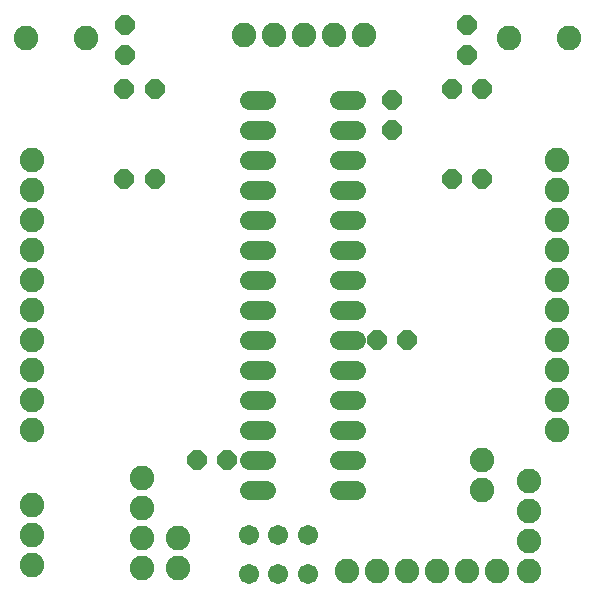
<source format=gbr>
G04 EAGLE Gerber RS-274X export*
G75*
%MOMM*%
%FSLAX34Y34*%
%LPD*%
%INSoldermask Top*%
%IPPOS*%
%AMOC8*
5,1,8,0,0,1.08239X$1,22.5*%
G01*
%ADD10P,1.759533X8X292.500000*%
%ADD11P,1.759533X8X202.500000*%
%ADD12P,1.759533X8X22.500000*%
%ADD13P,1.759533X8X112.500000*%
%ADD14C,1.625600*%
%ADD15C,2.082800*%
%ADD16C,1.712800*%


D10*
X330200Y419100D03*
X330200Y393700D03*
D11*
X190500Y114300D03*
X165100Y114300D03*
D12*
X317500Y215900D03*
X342900Y215900D03*
D10*
X393700Y482600D03*
X393700Y457200D03*
X104140Y482600D03*
X104140Y457200D03*
D13*
X381000Y351790D03*
X381000Y427990D03*
X129540Y351790D03*
X129540Y427990D03*
D10*
X406400Y427990D03*
X406400Y351790D03*
X102870Y427990D03*
X102870Y351790D03*
D14*
X208788Y419100D02*
X223012Y419100D01*
X223012Y393700D02*
X208788Y393700D01*
X208788Y368300D02*
X223012Y368300D01*
X223012Y342900D02*
X208788Y342900D01*
X208788Y317500D02*
X223012Y317500D01*
X223012Y292100D02*
X208788Y292100D01*
X208788Y266700D02*
X223012Y266700D01*
X223012Y241300D02*
X208788Y241300D01*
X208788Y215900D02*
X223012Y215900D01*
X223012Y190500D02*
X208788Y190500D01*
X208788Y165100D02*
X223012Y165100D01*
X223012Y139700D02*
X208788Y139700D01*
X208788Y114300D02*
X223012Y114300D01*
X223012Y88900D02*
X208788Y88900D01*
X284988Y88900D02*
X299212Y88900D01*
X299212Y114300D02*
X284988Y114300D01*
X284988Y139700D02*
X299212Y139700D01*
X299212Y165100D02*
X284988Y165100D01*
X284988Y190500D02*
X299212Y190500D01*
X299212Y215900D02*
X284988Y215900D01*
X284988Y241300D02*
X299212Y241300D01*
X299212Y266700D02*
X284988Y266700D01*
X284988Y292100D02*
X299212Y292100D01*
X299212Y317500D02*
X284988Y317500D01*
X284988Y342900D02*
X299212Y342900D01*
X299212Y368300D02*
X284988Y368300D01*
X284988Y393700D02*
X299212Y393700D01*
X299212Y419100D02*
X284988Y419100D01*
D15*
X406400Y114300D03*
X406400Y88900D03*
X469900Y368300D03*
X469900Y342900D03*
X469900Y317500D03*
X469900Y292100D03*
X469900Y266700D03*
X469900Y241300D03*
X469900Y215900D03*
X469900Y190500D03*
X469900Y165100D03*
X469900Y139700D03*
X25400Y241300D03*
X25400Y215900D03*
X25400Y190500D03*
X25400Y165100D03*
X25400Y139700D03*
X25400Y368300D03*
X25400Y342900D03*
X25400Y317500D03*
X25400Y292100D03*
X25400Y266700D03*
X25400Y76200D03*
X25400Y50800D03*
X25400Y25400D03*
X148590Y22860D03*
X148590Y48260D03*
D16*
X208680Y50790D03*
X233680Y50790D03*
X258680Y50790D03*
X258680Y17790D03*
X233680Y17790D03*
X208680Y17790D03*
D15*
X118110Y22860D03*
X118110Y48260D03*
X118110Y73660D03*
X118110Y99060D03*
X419100Y20320D03*
X393700Y20320D03*
X368300Y20320D03*
X342900Y20320D03*
X317500Y20320D03*
X292100Y20320D03*
X204470Y473710D03*
X229870Y473710D03*
X255270Y473710D03*
X280670Y473710D03*
X306070Y473710D03*
X445770Y20320D03*
X445770Y45720D03*
X445770Y71120D03*
X445770Y96520D03*
X429260Y471170D03*
X480060Y471170D03*
X71120Y471170D03*
X20320Y471170D03*
M02*

</source>
